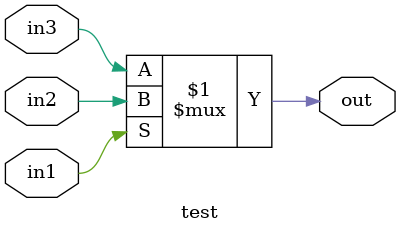
<source format=sv>
module test (
  input logic  in1,
  input logic  in2,
  input logic  in3,
  output logic  out
);

assign out = in1 ? in2: in3;
endmodule   // test


</source>
